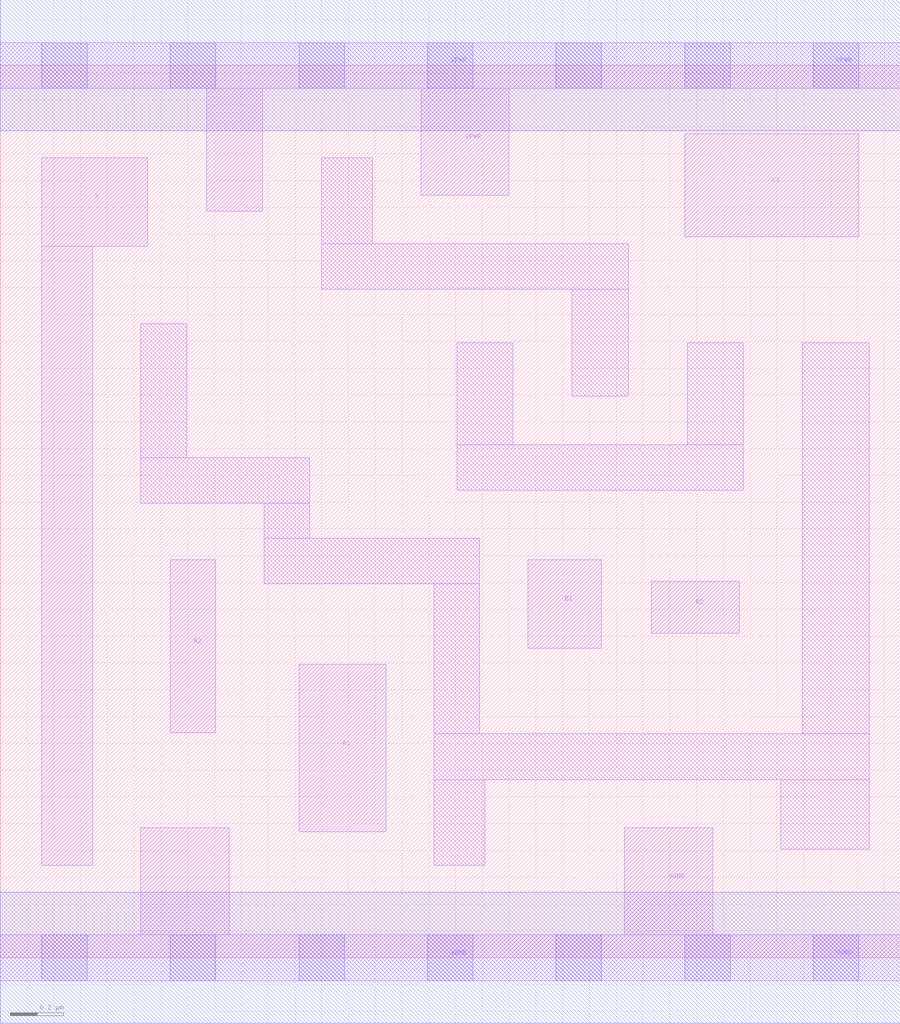
<source format=lef>
# Copyright 2020 The SkyWater PDK Authors
#
# Licensed under the Apache License, Version 2.0 (the "License");
# you may not use this file except in compliance with the License.
# You may obtain a copy of the License at
#
#     https://www.apache.org/licenses/LICENSE-2.0
#
# Unless required by applicable law or agreed to in writing, software
# distributed under the License is distributed on an "AS IS" BASIS,
# WITHOUT WARRANTIES OR CONDITIONS OF ANY KIND, either express or implied.
# See the License for the specific language governing permissions and
# limitations under the License.
#
# SPDX-License-Identifier: Apache-2.0

VERSION 5.7 ;
  NAMESCASESENSITIVE ON ;
  NOWIREEXTENSIONATPIN ON ;
  DIVIDERCHAR "/" ;
  BUSBITCHARS "[]" ;
UNITS
  DATABASE MICRONS 200 ;
END UNITS
MACRO sky130_fd_sc_lp__a221o_m
  CLASS CORE ;
  SOURCE USER ;
  FOREIGN sky130_fd_sc_lp__a221o_m ;
  ORIGIN  0.000000  0.000000 ;
  SIZE  3.360000 BY  3.330000 ;
  SYMMETRY X Y R90 ;
  SITE unit ;
  PIN A1
    ANTENNAGATEAREA  0.126000 ;
    DIRECTION INPUT ;
    USE SIGNAL ;
    PORT
      LAYER li1 ;
        RECT 1.115000 0.470000 1.440000 1.095000 ;
    END
  END A1
  PIN A2
    ANTENNAGATEAREA  0.126000 ;
    DIRECTION INPUT ;
    USE SIGNAL ;
    PORT
      LAYER li1 ;
        RECT 0.635000 0.840000 0.805000 1.485000 ;
    END
  END A2
  PIN B1
    ANTENNAGATEAREA  0.126000 ;
    DIRECTION INPUT ;
    USE SIGNAL ;
    PORT
      LAYER li1 ;
        RECT 1.970000 1.155000 2.245000 1.485000 ;
    END
  END B1
  PIN B2
    ANTENNAGATEAREA  0.126000 ;
    DIRECTION INPUT ;
    USE SIGNAL ;
    PORT
      LAYER li1 ;
        RECT 2.430000 1.210000 2.760000 1.405000 ;
    END
  END B2
  PIN C1
    ANTENNAGATEAREA  0.126000 ;
    DIRECTION INPUT ;
    USE SIGNAL ;
    PORT
      LAYER li1 ;
        RECT 2.555000 2.690000 3.205000 3.075000 ;
    END
  END C1
  PIN X
    ANTENNADIFFAREA  0.222600 ;
    DIRECTION OUTPUT ;
    USE SIGNAL ;
    PORT
      LAYER li1 ;
        RECT 0.155000 0.345000 0.345000 2.655000 ;
        RECT 0.155000 2.655000 0.550000 2.985000 ;
    END
  END X
  PIN VGND
    DIRECTION INOUT ;
    USE GROUND ;
    PORT
      LAYER li1 ;
        RECT 0.000000 -0.085000 3.360000 0.085000 ;
        RECT 0.525000  0.085000 0.855000 0.485000 ;
        RECT 2.330000  0.085000 2.660000 0.485000 ;
      LAYER mcon ;
        RECT 0.155000 -0.085000 0.325000 0.085000 ;
        RECT 0.635000 -0.085000 0.805000 0.085000 ;
        RECT 1.115000 -0.085000 1.285000 0.085000 ;
        RECT 1.595000 -0.085000 1.765000 0.085000 ;
        RECT 2.075000 -0.085000 2.245000 0.085000 ;
        RECT 2.555000 -0.085000 2.725000 0.085000 ;
        RECT 3.035000 -0.085000 3.205000 0.085000 ;
      LAYER met1 ;
        RECT 0.000000 -0.245000 3.360000 0.245000 ;
    END
  END VGND
  PIN VPWR
    DIRECTION INOUT ;
    USE POWER ;
    PORT
      LAYER li1 ;
        RECT 0.000000 3.245000 3.360000 3.415000 ;
        RECT 0.770000 2.785000 0.980000 3.245000 ;
        RECT 1.570000 2.845000 1.900000 3.245000 ;
      LAYER mcon ;
        RECT 0.155000 3.245000 0.325000 3.415000 ;
        RECT 0.635000 3.245000 0.805000 3.415000 ;
        RECT 1.115000 3.245000 1.285000 3.415000 ;
        RECT 1.595000 3.245000 1.765000 3.415000 ;
        RECT 2.075000 3.245000 2.245000 3.415000 ;
        RECT 2.555000 3.245000 2.725000 3.415000 ;
        RECT 3.035000 3.245000 3.205000 3.415000 ;
      LAYER met1 ;
        RECT 0.000000 3.085000 3.360000 3.575000 ;
    END
  END VPWR
  OBS
    LAYER li1 ;
      RECT 0.525000 1.695000 1.155000 1.865000 ;
      RECT 0.525000 1.865000 0.695000 2.365000 ;
      RECT 0.985000 1.395000 1.790000 1.565000 ;
      RECT 0.985000 1.565000 1.155000 1.695000 ;
      RECT 1.200000 2.495000 2.345000 2.665000 ;
      RECT 1.200000 2.665000 1.390000 2.985000 ;
      RECT 1.620000 0.345000 1.810000 0.665000 ;
      RECT 1.620000 0.665000 3.245000 0.835000 ;
      RECT 1.620000 0.835000 1.790000 1.395000 ;
      RECT 1.705000 1.745000 2.775000 1.915000 ;
      RECT 1.705000 1.915000 1.915000 2.295000 ;
      RECT 2.135000 2.095000 2.345000 2.495000 ;
      RECT 2.565000 1.915000 2.775000 2.295000 ;
      RECT 2.915000 0.405000 3.245000 0.665000 ;
      RECT 2.995000 0.835000 3.245000 2.295000 ;
  END
END sky130_fd_sc_lp__a221o_m

</source>
